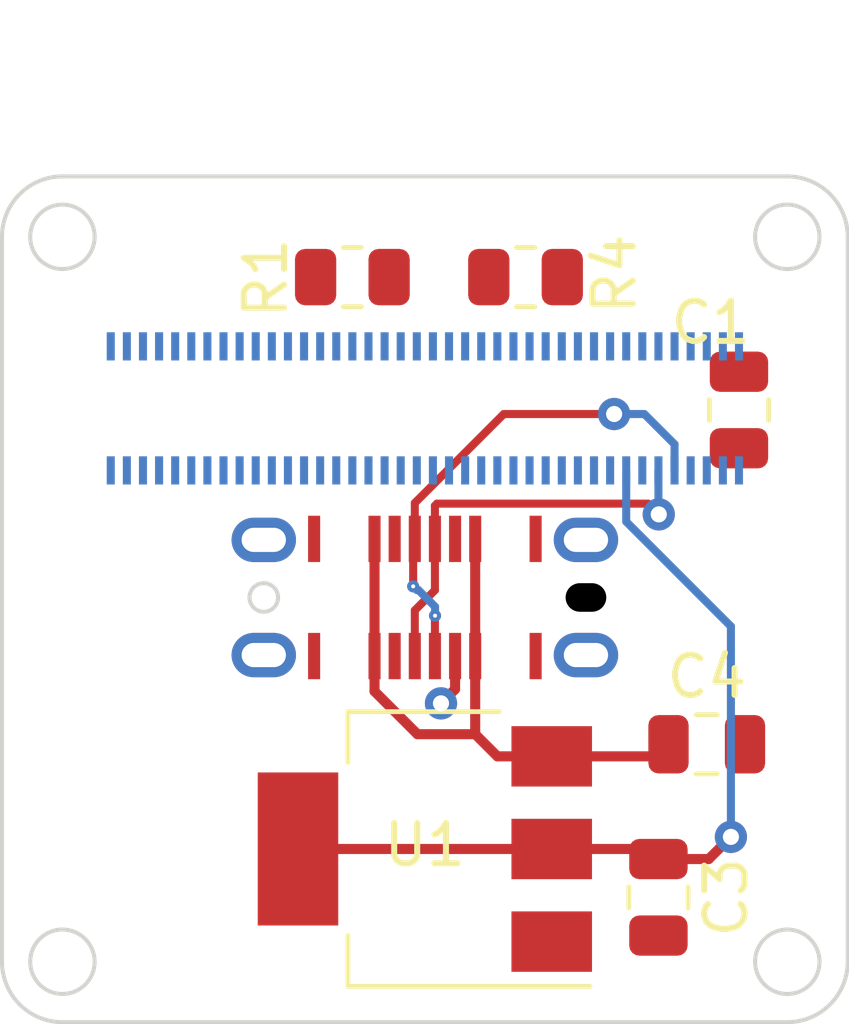
<source format=kicad_pcb>
(kicad_pcb (version 20221018) (generator pcbnew)
  (layers (0 "F.Cu" signal) (31 "B.Cu" signal) (34 "B.Paste" user) (35 "F.Paste" user) (36 "B.SilkS" user "B.Silkscreen") (37 "F.SilkS" user "F.Silkscreen") (38 "B.Mask" user) (39 "F.Mask" user) (44 "Edge.Cuts" user))
  (net 0 "")
  (net 1 "GND")
  (net 2 "+3.3V")
  (net 3 "Net-(U1-GND)")
  (net 4 "/USB_D_P")
  (net 60 "Net-(U1-VI)")
  (net 61 "/USB_D_N")
  (net 62 "Net-(P2-CC1)")
  (net 64 "Net-(P2-CC2)")
  (footprint "Capacitor_SMD:C_0805_2012Metric" (layer "F.Cu") (at 176.5 76.5 -90)
    (fp_text reference "C3" (at 0 -1.68 90) (layer "F.SilkS"))
    (fp_text value "10µ" hide)
    (fp_line (start -0.261252 -0.735) (end 0.261252 -0.735) (stroke (width 0.12)) (layer "F.SilkS"))
    (fp_line (start -0.261252 0.735) (end 0.261252 0.735) (stroke (width 0.12)) (layer "F.SilkS"))
    (pad "1" smd roundrect (at -0.95 0 270) (size 1 1.45) (layers "F.Cu" "F.Paste" "F.Mask") (net 2 "+3.3V"))
    (pad "2" smd roundrect (at 0.95 0 270) (size 1 1.45) (layers "F.Cu" "F.Paste" "F.Mask") (net 3 "Net-(U1-GND)"))
  )
  (footprint "Capacitor_SMD:C_0805_2012Metric" (layer "F.Cu") (at 178.5 64.4 -90)
    (fp_text reference "C1" (at -2.17 0.7 -180) (layer "F.SilkS"))
    (fp_text value "10µ" hide)
    (fp_line (start -0.261252 -0.735) (end 0.261252 -0.735) (stroke (width 0.12)) (layer "F.SilkS"))
    (fp_line (start -0.261252 0.735) (end 0.261252 0.735) (stroke (width 0.12)) (layer "F.SilkS"))
    (pad "1" smd roundrect (at -0.95 0 270) (size 1 1.45) (layers "F.Cu" "F.Paste" "F.Mask") (net 2 "+3.3V"))
    (pad "2" smd roundrect (at 0.95 0 270) (size 1 1.45) (layers "F.Cu" "F.Paste" "F.Mask") (net 1 "GND"))
  )
  (footprint "Capacitor_SMD:C_0805_2012Metric" (layer "F.Cu") (at 177.7 72.7)
    (fp_text reference "C4" (at 0 -1.68) (layer "F.SilkS"))
    (fp_text value "10µ" hide)
    (fp_line (start -0.261252 -0.735) (end 0.261252 -0.735) (stroke (width 0.12)) (layer "F.SilkS"))
    (fp_line (start -0.261252 0.735) (end 0.261252 0.735) (stroke (width 0.12)) (layer "F.SilkS"))
    (pad "1" smd roundrect (at -0.95 0) (size 1 1.45) (layers "F.Cu" "F.Paste" "F.Mask") (net 60 "Net-(U1-VI)"))
    (pad "2" smd roundrect (at 0.95 0) (size 1 1.45) (layers "F.Cu" "F.Paste" "F.Mask") (net 3 "Net-(U1-GND)"))
  )
  (footprint "Package_TO_SOT_SMD:SOT-223-3_TabPin2" (layer "F.Cu") (at 170.7 75.3 180)
    (fp_text reference "U1" (at 0 0.1) (layer "F.SilkS"))
    (fp_text value "AMS1117-3.3")
    (fp_line (start -4.1 -3.41) (end 1.91 -3.41) (stroke (width 0.12)) (layer "F.SilkS"))
    (fp_line (start -1.85 3.41) (end 1.91 3.41) (stroke (width 0.12)) (layer "F.SilkS"))
    (fp_line (start 1.91 -3.41) (end 1.91 -2.15) (stroke (width 0.12)) (layer "F.SilkS"))
    (fp_line (start 1.91 3.41) (end 1.91 2.15) (stroke (width 0.12)) (layer "F.SilkS"))
    (pad "1" smd rect (at -3.15 -2.3 180) (size 2 1.5) (layers "F.Cu" "F.Paste" "F.Mask") (net 3 "Net-(U1-GND)"))
    (pad "2" smd rect (at -3.15 0 180) (size 2 1.5) (layers "F.Cu" "F.Paste" "F.Mask") (net 2 "+3.3V"))
    (pad "2" smd rect (at 3.15 0 180) (size 2 3.8) (layers "F.Cu" "F.Paste" "F.Mask") (net 2 "+3.3V"))
    (pad "3" smd rect (at -3.15 2.3 180) (size 2 1.5) (layers "F.Cu" "F.Paste" "F.Mask") (net 60 "Net-(U1-VI)"))
  )
  (footprint "Resistor_SMD:R_0805_2012Metric" (layer "F.Cu") (at 173.2 61.1)
    (fp_text reference "R4" (at 2.21 -0.08 90) (layer "F.SilkS"))
    (fp_text value "5.1k")
    (fp_line (start -0.227064 -0.735) (end 0.227064 -0.735) (stroke (width 0.12)) (layer "F.SilkS"))
    (fp_line (start -0.227064 0.735) (end 0.227064 0.735) (stroke (width 0.12)) (layer "F.SilkS"))
    (pad "1" smd roundrect (at -0.9125 0) (size 1.025 1.4) (layers "F.Cu" "F.Paste" "F.Mask") (roundrect_rratio 0.243902) (net 64 "Net-(P2-CC2)"))
    (pad "2" smd roundrect (at 0.9125 0) (size 1.025 1.4) (layers "F.Cu" "F.Paste" "F.Mask") (roundrect_rratio 0.243902) (net 1 "GND"))
  )
  (footprint "Boson:USB4145-03-0230-C" (layer "F.Cu") (at 170.7 69.055)
    (fp_text reference "P2" hide)
    (fp_text value "USB_C_Plug_USB2.0" hide)
    (fp_circle (center -4 0) (end -3.645 0) (stroke (width 0.1)) (fill none) (layer "Edge.Cuts"))
    (pad "" thru_hole oval (at -4 -1.43) (size 1.6 1.1) (drill oval 1.1 0.6) (layers "*.Cu" "*.Mask"))
    (pad "" thru_hole oval (at -4 1.43) (size 1.6 1.1) (drill oval 1.1 0.6) (layers "*.Cu" "*.Mask"))
    (pad "" thru_hole oval (at 4 -1.43) (size 1.6 1.1) (drill oval 1.1 0.6) (layers "*.Cu" "*.Mask"))
    (pad "" np_thru_hole oval (at 4 0) (size 1.01 0.71) (drill oval 1.01 0.71) (layers "*.Mask"))
    (pad "" thru_hole oval (at 4 1.43) (size 1.6 1.1) (drill oval 1.1 0.6) (layers "*.Cu" "*.Mask"))
    (pad "A1" smd rect (at -2.75 -1.455) (size 0.3 1.15) (layers "F.Cu" "F.Paste" "F.Mask") (net 1 "GND"))
    (pad "A4" smd rect (at -1.25 -1.455) (size 0.3 1.15) (layers "F.Cu" "F.Paste" "F.Mask") (net 60 "Net-(U1-VI)"))
    (pad "A5" smd rect (at -0.75 -1.455) (size 0.3 1.15) (layers "F.Cu" "F.Paste" "F.Mask") (net 62 "Net-(P2-CC1)"))
    (pad "A6" smd rect (at -0.25 -1.455) (size 0.3 1.15) (layers "F.Cu" "F.Paste" "F.Mask") (net 4 "/USB_D_P"))
    (pad "A7" smd rect (at 0.25 -1.455) (size 0.3 1.15) (layers "F.Cu" "F.Paste" "F.Mask") (net 61 "/USB_D_N"))
    (pad "A8" smd rect (at 0.75 -1.455) (size 0.3 1.15) (layers "F.Cu" "F.Paste" "F.Mask"))
    (pad "A9" smd rect (at 1.25 -1.455) (size 0.3 1.15) (layers "F.Cu" "F.Paste" "F.Mask") (net 60 "Net-(U1-VI)"))
    (pad "A12" smd rect (at 2.75 -1.455) (size 0.3 1.15) (layers "F.Cu" "F.Paste" "F.Mask") (net 1 "GND"))
    (pad "B1" smd rect (at 2.75 1.455) (size 0.3 1.15) (layers "F.Cu" "F.Paste" "F.Mask") (net 1 "GND"))
    (pad "B4" smd rect (at 1.25 1.455) (size 0.3 1.15) (layers "F.Cu" "F.Paste" "F.Mask") (net 60 "Net-(U1-VI)"))
    (pad "B5" smd rect (at 0.75 1.455) (size 0.3 1.15) (layers "F.Cu" "F.Paste" "F.Mask") (net 64 "Net-(P2-CC2)"))
    (pad "B6" smd rect (at 0.25 1.455) (size 0.3 1.15) (layers "F.Cu" "F.Paste" "F.Mask") (net 4 "/USB_D_P"))
    (pad "B7" smd rect (at -0.25 1.455) (size 0.3 1.15) (layers "F.Cu" "F.Paste" "F.Mask") (net 61 "/USB_D_N"))
    (pad "B8" smd rect (at -0.75 1.455) (size 0.3 1.15) (layers "F.Cu" "F.Paste" "F.Mask"))
    (pad "B9" smd rect (at -1.25 1.455) (size 0.3 1.15) (layers "F.Cu" "F.Paste" "F.Mask") (net 60 "Net-(U1-VI)"))
    (pad "B12" smd rect (at -2.75 1.455) (size 0.3 1.15) (layers "F.Cu" "F.Paste" "F.Mask") (net 1 "GND"))
  )
  (footprint "Resistor_SMD:R_0805_2012Metric" (layer "F.Cu") (at 168.9 61.1 180)
    (fp_text reference "R1" (at 2.1525 -0.02 90) (layer "F.SilkS"))
    (fp_text value "5.1k" hide)
    (fp_line (start -0.227064 -0.735) (end 0.227064 -0.735) (stroke (width 0.12)) (layer "F.SilkS"))
    (fp_line (start -0.227064 0.735) (end 0.227064 0.735) (stroke (width 0.12)) (layer "F.SilkS"))
    (pad "1" smd roundrect (at -0.9125 0 180) (size 1.025 1.4) (layers "F.Cu" "F.Paste" "F.Mask") (roundrect_rratio 0.243902) (net 62 "Net-(P2-CC1)"))
    (pad "2" smd roundrect (at 0.9125 0 180) (size 1.025 1.4) (layers "F.Cu" "F.Paste" "F.Mask") (roundrect_rratio 0.243902) (net 1 "GND"))
  )
  (footprint "Boson:HRS_DF40HC(4.0)-80DS-0.4V(51)" (layer "B.Cu") (at 170.7 64.36 180)
    (fp_text reference "P1" hide)
    (fp_text value "DF40HC(4.0)-80DS-0.4V(51)" hide)
    (pad "1" smd rect (at -7.8 -1.54 180) (size 0.2 0.7) (layers "B.Cu" "B.Paste" "B.Mask") (net 1 "GND"))
    (pad "2" smd rect (at -7.8 1.54) (size 0.2 0.7) (layers "B.Cu" "B.Paste" "B.Mask") (net 2 "+3.3V"))
    (pad "3" smd rect (at -7.4 -1.54 180) (size 0.2 0.7) (layers "B.Cu" "B.Paste" "B.Mask") (net 1 "GND"))
    (pad "4" smd rect (at -7.4 1.54) (size 0.2 0.7) (layers "B.Cu" "B.Paste" "B.Mask") (net 2 "+3.3V"))
    (pad "5" smd rect (at -7 -1.54 180) (size 0.2 0.7) (layers "B.Cu" "B.Paste" "B.Mask") (net 1 "GND"))
    (pad "6" smd rect (at -7 1.54) (size 0.2 0.7) (layers "B.Cu" "B.Paste" "B.Mask") (net 2 "+3.3V"))
    (pad "7" smd rect (at -6.6 -1.54 180) (size 0.2 0.7) (layers "B.Cu" "B.Paste" "B.Mask") (net 1 "GND"))
    (pad "8" smd rect (at -6.6 1.54) (size 0.2 0.7) (layers "B.Cu" "B.Paste" "B.Mask") (net 2 "+3.3V"))
    (pad "9" smd rect (at -6.2 -1.54 180) (size 0.2 0.7) (layers "B.Cu" "B.Paste" "B.Mask") (net 4 "/USB_D_P"))
    (pad "10" smd rect (at -6.2 1.54) (size 0.2 0.7) (layers "B.Cu" "B.Paste" "B.Mask") (net 1 "GND"))
    (pad "11" smd rect (at -5.8 -1.54 180) (size 0.2 0.7) (layers "B.Cu" "B.Paste" "B.Mask") (net 61 "/USB_D_N"))
    (pad "12" smd rect (at -5.8 1.54) (size 0.2 0.7) (layers "B.Cu" "B.Paste" "B.Mask"))
    (pad "13" smd rect (at -5.4 -1.54 180) (size 0.2 0.7) (layers "B.Cu" "B.Paste" "B.Mask") (net 1 "GND"))
    (pad "14" smd rect (at -5.4 1.54) (size 0.2 0.7) (layers "B.Cu" "B.Paste" "B.Mask"))
    (pad "15" smd rect (at -5 -1.54 180) (size 0.2 0.7) (layers "B.Cu" "B.Paste" "B.Mask") (net 2 "+3.3V"))
    (pad "16" smd rect (at -5 1.54) (size 0.2 0.7) (layers "B.Cu" "B.Paste" "B.Mask"))
    (pad "17" smd rect (at -4.6 -1.54 180) (size 0.2 0.7) (layers "B.Cu" "B.Paste" "B.Mask"))
    (pad "18" smd rect (at -4.6 1.54) (size 0.2 0.7) (layers "B.Cu" "B.Paste" "B.Mask"))
    (pad "19" smd rect (at -4.2 -1.54 180) (size 0.2 0.7) (layers "B.Cu" "B.Paste" "B.Mask") (net 1 "GND"))
    (pad "20" smd rect (at -4.2 1.54) (size 0.2 0.7) (layers "B.Cu" "B.Paste" "B.Mask") (net 1 "GND"))
    (pad "21" smd rect (at -3.8 -1.54 180) (size 0.2 0.7) (layers "B.Cu" "B.Paste" "B.Mask"))
    (pad "22" smd rect (at -3.8 1.54) (size 0.2 0.7) (layers "B.Cu" "B.Paste" "B.Mask"))
    (pad "23" smd rect (at -3.4 -1.54 180) (size 0.2 0.7) (layers "B.Cu" "B.Paste" "B.Mask"))
    (pad "24" smd rect (at -3.4 1.54) (size 0.2 0.7) (layers "B.Cu" "B.Paste" "B.Mask"))
    (pad "25" smd rect (at -3 -1.54 180) (size 0.2 0.7) (layers "B.Cu" "B.Paste" "B.Mask"))
    (pad "26" smd rect (at -3 1.54) (size 0.2 0.7) (layers "B.Cu" "B.Paste" "B.Mask"))
    (pad "27" smd rect (at -2.6 -1.54 180) (size 0.2 0.7) (layers "B.Cu" "B.Paste" "B.Mask"))
    (pad "28" smd rect (at -2.6 1.54) (size 0.2 0.7) (layers "B.Cu" "B.Paste" "B.Mask"))
    (pad "29" smd rect (at -2.2 -1.54 180) (size 0.2 0.7) (layers "B.Cu" "B.Paste" "B.Mask") (net 1 "GND"))
    (pad "30" smd rect (at -2.2 1.54) (size 0.2 0.7) (layers "B.Cu" "B.Paste" "B.Mask") (net 1 "GND"))
    (pad "31" smd rect (at -1.8 -1.54 180) (size 0.2 0.7) (layers "B.Cu" "B.Paste" "B.Mask"))
    (pad "32" smd rect (at -1.8 1.54) (size 0.2 0.7) (layers "B.Cu" "B.Paste" "B.Mask"))
    (pad "33" smd rect (at -1.4 -1.54 180) (size 0.2 0.7) (layers "B.Cu" "B.Paste" "B.Mask"))
    (pad "34" smd rect (at -1.4 1.54) (size 0.2 0.7) (layers "B.Cu" "B.Paste" "B.Mask"))
    (pad "35" smd rect (at -1 -1.54 180) (size 0.2 0.7) (layers "B.Cu" "B.Paste" "B.Mask"))
    (pad "36" smd rect (at -1 1.54) (size 0.2 0.7) (layers "B.Cu" "B.Paste" "B.Mask"))
    (pad "37" smd rect (at -0.6 -1.54 180) (size 0.2 0.7) (layers "B.Cu" "B.Paste" "B.Mask"))
    (pad "38" smd rect (at -0.6 1.54) (size 0.2 0.7) (layers "B.Cu" "B.Paste" "B.Mask"))
    (pad "39" smd rect (at -0.2 -1.54 180) (size 0.2 0.7) (layers "B.Cu" "B.Paste" "B.Mask") (net 1 "GND"))
    (pad "40" smd rect (at -0.2 1.54) (size 0.2 0.7) (layers "B.Cu" "B.Paste" "B.Mask") (net 1 "GND"))
    (pad "41" smd rect (at 0.2 -1.54 180) (size 0.2 0.7) (layers "B.Cu" "B.Paste" "B.Mask"))
    (pad "42" smd rect (at 0.2 1.54) (size 0.2 0.7) (layers "B.Cu" "B.Paste" "B.Mask"))
    (pad "43" smd rect (at 0.6 -1.54 180) (size 0.2 0.7) (layers "B.Cu" "B.Paste" "B.Mask"))
    (pad "44" smd rect (at 0.6 1.54) (size 0.2 0.7) (layers "B.Cu" "B.Paste" "B.Mask"))
    (pad "45" smd rect (at 1 -1.54 180) (size 0.2 0.7) (layers "B.Cu" "B.Paste" "B.Mask"))
    (pad "46" smd rect (at 1 1.54) (size 0.2 0.7) (layers "B.Cu" "B.Paste" "B.Mask"))
    (pad "47" smd rect (at 1.4 -1.54 180) (size 0.2 0.7) (layers "B.Cu" "B.Paste" "B.Mask"))
    (pad "48" smd rect (at 1.4 1.54) (size 0.2 0.7) (layers "B.Cu" "B.Paste" "B.Mask"))
    (pad "49" smd rect (at 1.8 -1.54 180) (size 0.2 0.7) (layers "B.Cu" "B.Paste" "B.Mask") (net 1 "GND"))
    (pad "50" smd rect (at 1.8 1.54) (size 0.2 0.7) (layers "B.Cu" "B.Paste" "B.Mask") (net 1 "GND"))
    (pad "51" smd rect (at 2.2 -1.54 180) (size 0.2 0.7) (layers "B.Cu" "B.Paste" "B.Mask"))
    (pad "52" smd rect (at 2.2 1.54) (size 0.2 0.7) (layers "B.Cu" "B.Paste" "B.Mask"))
    (pad "53" smd rect (at 2.6 -1.54 180) (size 0.2 0.7) (layers "B.Cu" "B.Paste" "B.Mask"))
    (pad "54" smd rect (at 2.6 1.54) (size 0.2 0.7) (layers "B.Cu" "B.Paste" "B.Mask"))
    (pad "55" smd rect (at 3 -1.54 180) (size 0.2 0.7) (layers "B.Cu" "B.Paste" "B.Mask"))
    (pad "56" smd rect (at 3 1.54) (size 0.2 0.7) (layers "B.Cu" "B.Paste" "B.Mask"))
    (pad "57" smd rect (at 3.4 -1.54 180) (size 0.2 0.7) (layers "B.Cu" "B.Paste" "B.Mask"))
    (pad "58" smd rect (at 3.4 1.54) (size 0.2 0.7) (layers "B.Cu" "B.Paste" "B.Mask"))
    (pad "59" smd rect (at 3.8 -1.54 180) (size 0.2 0.7) (layers "B.Cu" "B.Paste" "B.Mask") (net 1 "GND"))
    (pad "60" smd rect (at 3.8 1.54) (size 0.2 0.7) (layers "B.Cu" "B.Paste" "B.Mask") (net 1 "GND"))
    (pad "61" smd rect (at 4.2 -1.54 180) (size 0.2 0.7) (layers "B.Cu" "B.Paste" "B.Mask"))
    (pad "62" smd rect (at 4.2 1.54) (size 0.2 0.7) (layers "B.Cu" "B.Paste" "B.Mask"))
    (pad "63" smd rect (at 4.6 -1.54 180) (size 0.2 0.7) (layers "B.Cu" "B.Paste" "B.Mask"))
    (pad "64" smd rect (at 4.6 1.54) (size 0.2 0.7) (layers "B.Cu" "B.Paste" "B.Mask"))
    (pad "65" smd rect (at 5 -1.54 180) (size 0.2 0.7) (layers "B.Cu" "B.Paste" "B.Mask"))
    (pad "66" smd rect (at 5 1.54) (size 0.2 0.7) (layers "B.Cu" "B.Paste" "B.Mask"))
    (pad "67" smd rect (at 5.4 -1.54 180) (size 0.2 0.7) (layers "B.Cu" "B.Paste" "B.Mask"))
    (pad "68" smd rect (at 5.4 1.54) (size 0.2 0.7) (layers "B.Cu" "B.Paste" "B.Mask"))
    (pad "69" smd rect (at 5.8 -1.54 180) (size 0.2 0.7) (layers "B.Cu" "B.Paste" "B.Mask") (net 1 "GND"))
    (pad "70" smd rect (at 5.8 1.54) (size 0.2 0.7) (layers "B.Cu" "B.Paste" "B.Mask") (net 1 "GND"))
    (pad "71" smd rect (at 6.2 -1.54 180) (size 0.2 0.7) (layers "B.Cu" "B.Paste" "B.Mask"))
    (pad "72" smd rect (at 6.2 1.54) (size 0.2 0.7) (layers "B.Cu" "B.Paste" "B.Mask"))
    (pad "73" smd rect (at 6.6 -1.54 180) (size 0.2 0.7) (layers "B.Cu" "B.Paste" "B.Mask"))
    (pad "74" smd rect (at 6.6 1.54) (size 0.2 0.7) (layers "B.Cu" "B.Paste" "B.Mask"))
    (pad "75" smd rect (at 7 -1.54 180) (size 0.2 0.7) (layers "B.Cu" "B.Paste" "B.Mask"))
    (pad "76" smd rect (at 7 1.54) (size 0.2 0.7) (layers "B.Cu" "B.Paste" "B.Mask"))
    (pad "77" smd rect (at 7.4 -1.54 180) (size 0.2 0.7) (layers "B.Cu" "B.Paste" "B.Mask"))
    (pad "78" smd rect (at 7.4 1.54) (size 0.2 0.7) (layers "B.Cu" "B.Paste" "B.Mask"))
    (pad "79" smd rect (at 7.8 -1.54 180) (size 0.2 0.7) (layers "B.Cu" "B.Paste" "B.Mask"))
    (pad "80" smd rect (at 7.8 1.54) (size 0.2 0.7) (layers "B.Cu" "B.Paste" "B.Mask"))
  )
  (gr_arc (start 179.7 58.6) (mid 180.76066 59.03934) (end 181.2 60.1) (stroke (width 0.1)) (layer "Edge.Cuts"))
  (gr_line (start 160.2 78.1) (end 160.2 60.1) (stroke (width 0.1)) (layer "Edge.Cuts"))
  (gr_circle (center 161.7 78.1) (end 161.7 78.9) (stroke (width 0.1)) (fill none) (layer "Edge.Cuts"))
  (gr_line (start 179.7 79.6) (end 161.7 79.6) (stroke (width 0.1)) (layer "Edge.Cuts"))
  (gr_circle (center 179.7 78.1) (end 179.7 78.9) (stroke (width 0.1)) (fill none) (layer "Edge.Cuts"))
  (gr_arc (start 181.2 78.1) (mid 180.76066 79.16066) (end 179.7 79.6) (stroke (width 0.1)) (layer "Edge.Cuts"))
  (gr_line (start 161.7 58.6) (end 179.7 58.6) (stroke (width 0.1)) (layer "Edge.Cuts"))
  (gr_arc (start 161.7 79.6) (mid 160.63934 79.16066) (end 160.2 78.1) (stroke (width 0.1)) (layer "Edge.Cuts"))
  (gr_arc (start 160.2 60.1) (mid 160.63934 59.03934) (end 161.7 58.6) (stroke (width 0.1)) (layer "Edge.Cuts"))
  (gr_circle (center 161.7 60.1) (end 161.7 60.9) (stroke (width 0.1)) (fill none) (layer "Edge.Cuts"))
  (gr_circle (center 179.7 60.1) (end 179.7 60.9) (stroke (width 0.1)) (fill none) (layer "Edge.Cuts"))
  (gr_line (start 181.2 60.1) (end 181.2 78.1) (stroke (width 0.1)) (layer "Edge.Cuts"))
  (segment (start 173.85 75.3) (end 167.55 75.3) (width 0.25) (layer "F.Cu") (net 2))
  (segment (start 173.85 75.3) (end 176.25 75.3) (width 0.25) (layer "F.Cu") (net 2))
  (segment (start 176.5 75.55) (end 177.75 75.55) (width 0.25) (layer "F.Cu") (net 2))
  (segment (start 176.25 75.3) (end 176.5 75.55) (width 0.25) (layer "F.Cu") (net 2))
  (segment (start 177.75 75.55) (end 178.3 75) (width 0.25) (layer "F.Cu") (net 2))
  (via (at 178.3 75) (size 0.8) (drill 0.4) (layers "F.Cu" "B.Cu") (net 2))
  (segment (start 175.7 67.172918) (end 178.3 69.772918) (width 0.2) (layer "B.Cu") (net 2))
  (segment (start 178.3 69.772918) (end 178.3 75) (width 0.2) (layer "B.Cu") (net 2))
  (segment (start 175.7 65.9) (end 175.7 67.172918) (width 0.2) (layer "B.Cu") (net 2))
  (segment (start 172.659314 64.5) (end 175.4 64.5) (width 0.2) (layer "F.Cu") (net 4))
  (segment (start 170.45 67.6) (end 170.45 66.709314) (width 0.2) (layer "F.Cu") (net 4))
  (segment (start 170.95 70.51) (end 170.95 69.510256) (width 0.2) (layer "F.Cu") (net 4))
  (segment (start 170.409909 68.778967) (end 170.409909 67.640091) (width 0.2) (layer "F.Cu") (net 4))
  (segment (start 170.409909 67.640091) (end 170.45 67.6) (width 0.2) (layer "F.Cu") (net 4))
  (segment (start 170.45 66.709314) (end 172.659314 64.5) (width 0.2) (layer "F.Cu") (net 4))
  (segment (start 170.95 69.510256) (end 170.952524 69.507732) (width 0.2) (layer "F.Cu") (net 4))
  (via micro (at 170.409909 68.778967) (size 0.3) (drill 0.1) (layers "F.Cu" "B.Cu") (net 4))
  (via (at 175.4 64.5) (size 0.8) (drill 0.4) (layers "F.Cu" "B.Cu") (net 4))
  (via micro (at 170.952524 69.507732) (size 0.3) (drill 0.1) (layers "F.Cu" "B.Cu") (net 4))
  (segment (start 170.5005 68.869558) (end 170.409909 68.778967) (width 0.2) (layer "B.Cu") (net 4))
  (segment (start 176.9 65.25) (end 176.9 65.9) (width 0.2) (layer "B.Cu") (net 4))
  (segment (start 176.15 64.5) (end 176.9 65.25) (width 0.2) (layer "B.Cu") (net 4))
  (segment (start 170.952524 69.507732) (end 170.952524 69.283315) (width 0.2) (layer "B.Cu") (net 4))
  (segment (start 175.4 64.5) (end 176.15 64.5) (width 0.2) (layer "B.Cu") (net 4))
  (segment (start 170.952524 69.283315) (end 170.538767 68.869558) (width 0.2) (layer "B.Cu") (net 4))
  (segment (start 170.538767 68.869558) (end 170.5005 68.869558) (width 0.2) (layer "B.Cu") (net 4))
  (segment (start 176.45 73) (end 176.75 72.7) (width 0.25) (layer "F.Cu") (net 60))
  (segment (start 171.95 72.45) (end 172.5 73) (width 0.25) (layer "F.Cu") (net 60))
  (segment (start 171.95 70.51) (end 171.95 72.45) (width 0.25) (layer "F.Cu") (net 60))
  (segment (start 170.515 72.45) (end 171.95 72.45) (width 0.25) (layer "F.Cu") (net 60))
  (segment (start 172.5 73) (end 173.85 73) (width 0.25) (layer "F.Cu") (net 60))
  (segment (start 169.45 70.51) (end 169.45 71.385) (width 0.25) (layer "F.Cu") (net 60))
  (segment (start 169.45 67.6) (end 169.45 70.51) (width 0.25) (layer "F.Cu") (net 60))
  (segment (start 173.85 73) (end 176.45 73) (width 0.25) (layer "F.Cu") (net 60))
  (segment (start 171.95 67.6) (end 171.95 70.51) (width 0.25) (layer "F.Cu") (net 60))
  (segment (start 169.45 71.385) (end 170.515 72.45) (width 0.25) (layer "F.Cu") (net 60))
  (segment (start 170.95 67.6) (end 170.95 66.775) (width 0.2) (layer "F.Cu") (net 61))
  (segment (start 170.95 68.874566) (end 170.95 67.6) (width 0.2) (layer "F.Cu") (net 61))
  (segment (start 176.241326 66.725) (end 176.508163 66.991837) (width 0.2) (layer "F.Cu") (net 61))
  (segment (start 170.45 69.374566) (end 170.95 68.874566) (width 0.2) (layer "F.Cu") (net 61))
  (segment (start 171 66.725) (end 176.241326 66.725) (width 0.2) (layer "F.Cu") (net 61))
  (segment (start 170.45 70.51) (end 170.45 69.374566) (width 0.2) (layer "F.Cu") (net 61))
  (segment (start 170.95 66.775) (end 171 66.725) (width 0.2) (layer "F.Cu") (net 61))
  (via (at 176.508163 66.991837) (size 0.8) (drill 0.4) (layers "F.Cu" "B.Cu") (net 61))
  (segment (start 176.508163 66.991837) (end 176.5 66.983674) (width 0.2) (layer "B.Cu") (net 61))
  (segment (start 176.5 66.983674) (end 176.5 65.9) (width 0.2) (layer "B.Cu") (net 61))
  (segment (start 171.45 70.51) (end 171.45 71.334502) (width 0.25) (layer "F.Cu") (net 64))
  (segment (start 171.45 71.334502) (end 171.1 71.684502) (width 0.25) (layer "F.Cu") (net 64))
  (via (at 171.1 71.684502) (size 0.8) (drill 0.4) (layers "F.Cu" "B.Cu") (net 64))
)
</source>
